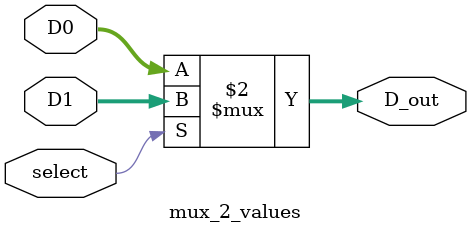
<source format=v>
module mux_2_values #(
    parameter WIDTH = 32
) (
    input  select,
    input  [WIDTH-1:0]    D0,
    input  [WIDTH-1:0]    D1,
    output [WIDTH-1:0]    D_out
);

assign D_out = ( select == 1'b1   ) ? D1 : D0;

endmodule

</source>
